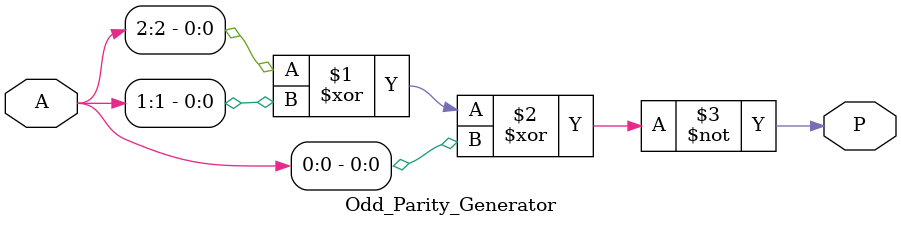
<source format=v>
`timescale 1ns / 1ps
module Odd_Parity_Generator(A,P
    );
input [2:0] A;
output P;

assign P=~(A[2]^A[1]^A[0]);



endmodule

</source>
